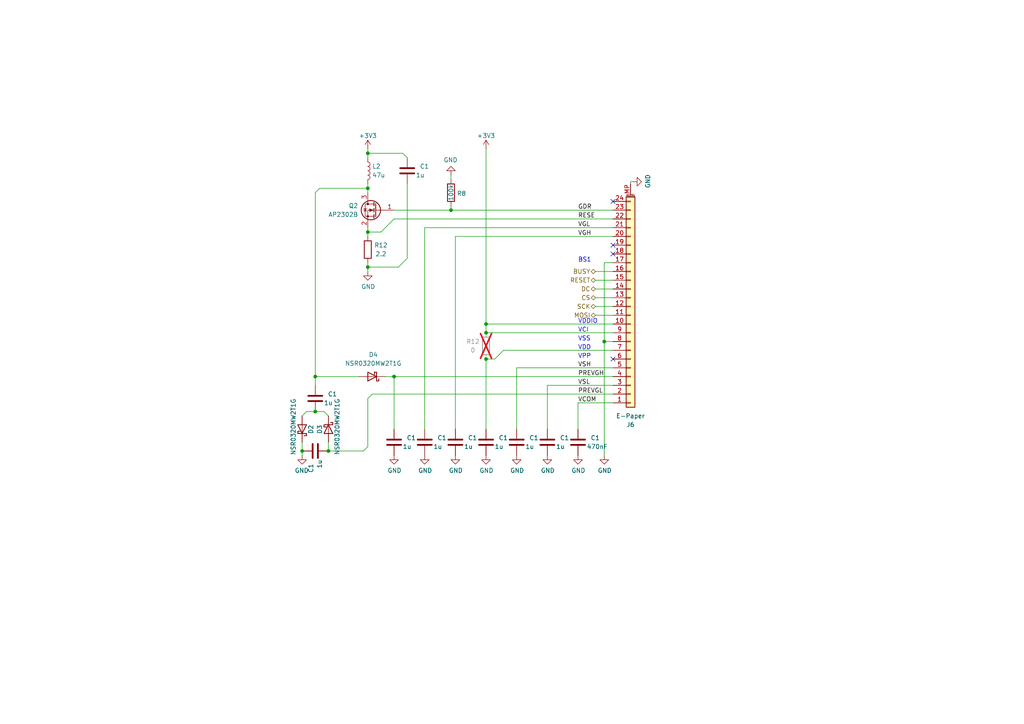
<source format=kicad_sch>
(kicad_sch (version 20230819) (generator eeschema)
  (paper "A4")
  (title_block (title "HackerHotel 2024 badge") (date "2023-08-30") (rev "1") (company "Nicolai Electronics") (comment 1 "License: CERN Open Hardware Licence Version 2 - Permissive"))
  (lib_symbols
    (symbol "symbols2:+3.3V" (power) (pin_names (offset 0))
      (property "Value" "+3.3V" (at 0 3.556 0))
      (symbol "+3.3V_0_1"
        (polyline (pts (xy -0.762 1.27) (xy 0 2.54)))
        (polyline (pts (xy 0 0) (xy 0 2.54)))
        (polyline (pts (xy 0 2.54) (xy 0.762 1.27)))
      )
      (symbol "+3.3V_1_1"
        (pin power_in line (at 0 0 90) (length 0) hide (name "+3.3V") (number "1"))
      )
    )
    (symbol "symbols2:GND" (power) (pin_names (offset 0))
      (property "Value" "GND" (at 0 -3.81 0))
      (symbol "GND_0_1"
        (polyline (pts (xy 0 0) (xy 0 -1.27) (xy 1.27 -1.27) (xy 0 -2.54) (xy -1.27 -1.27) (xy 0 -1.27)))
      )
      (symbol "GND_1_1"
        (pin power_in line (at 0 0 270) (length 0) hide (name "GND") (number "1"))
      )
    )
    (symbol "symbols:C" (pin_numbers hide) (pin_names (offset 0.254))
      (property "Reference" "C" (at 0.635 2.54 0))
      (property "Value" "C" (at 0.635 -2.54 0))
      (symbol "C_0_1"
        (polyline (pts (xy -2.032 -0.762) (xy 2.032 -0.762)) (stroke (width 0.508)))
        (polyline (pts (xy -2.032 0.762) (xy 2.032 0.762)) (stroke (width 0.508)))
      )
      (symbol "C_1_1"
        (pin passive line (at 0 3.81 270) (length 2.794) (name "~") (number "1"))
        (pin passive line (at 0 -3.81 90) (length 2.794) (name "~") (number "2"))
      )
    )
    (symbol "symbols:Conn_01x24_MountingPin" (pin_names (offset 1.016) hide)
      (property "Reference" "J" (at 0 30.48 0))
      (property "Value" "Conn_01x24_MountingPin" (at 1.27 -33.02 0))
      (symbol "Conn_01x24_MountingPin_1_1"
        (rectangle (start -1.27 -30.353) (end 0 -30.607) (stroke (width 0.1524)))
        (rectangle (start -1.27 -27.813) (end 0 -28.067) (stroke (width 0.1524)))
        (rectangle (start -1.27 -25.273) (end 0 -25.527) (stroke (width 0.1524)))
        (rectangle (start -1.27 -22.733) (end 0 -22.987) (stroke (width 0.1524)))
        (rectangle (start -1.27 -20.193) (end 0 -20.447) (stroke (width 0.1524)))
        (rectangle (start -1.27 -17.653) (end 0 -17.907) (stroke (width 0.1524)))
        (rectangle (start -1.27 -15.113) (end 0 -15.367) (stroke (width 0.1524)))
        (rectangle (start -1.27 -12.573) (end 0 -12.827) (stroke (width 0.1524)))
        (rectangle (start -1.27 -10.033) (end 0 -10.287) (stroke (width 0.1524)))
        (rectangle (start -1.27 -7.493) (end 0 -7.747) (stroke (width 0.1524)))
        (rectangle (start -1.27 -4.953) (end 0 -5.207) (stroke (width 0.1524)))
        (rectangle (start -1.27 -2.413) (end 0 -2.667) (stroke (width 0.1524)))
        (rectangle (start -1.27 0.127) (end 0 -0.127) (stroke (width 0.1524)))
        (rectangle (start -1.27 2.667) (end 0 2.413) (stroke (width 0.1524)))
        (rectangle (start -1.27 5.207) (end 0 4.953) (stroke (width 0.1524)))
        (rectangle (start -1.27 7.747) (end 0 7.493) (stroke (width 0.1524)))
        (rectangle (start -1.27 10.287) (end 0 10.033) (stroke (width 0.1524)))
        (rectangle (start -1.27 12.827) (end 0 12.573) (stroke (width 0.1524)))
        (rectangle (start -1.27 15.367) (end 0 15.113) (stroke (width 0.1524)))
        (rectangle (start -1.27 17.907) (end 0 17.653) (stroke (width 0.1524)))
        (rectangle (start -1.27 20.447) (end 0 20.193) (stroke (width 0.1524)))
        (rectangle (start -1.27 22.987) (end 0 22.733) (stroke (width 0.1524)))
        (rectangle (start -1.27 25.527) (end 0 25.273) (stroke (width 0.1524)))
        (rectangle (start -1.27 28.067) (end 0 27.813) (stroke (width 0.1524)))
        (rectangle (start -1.27 29.21) (end 1.27 -31.75) (stroke (width 0.254)) (fill (type background)))
        (polyline (pts (xy -1.016 -32.512) (xy 1.016 -32.512)) (stroke (width 0.1524)))
        (text "Mounting" (at 0 -32.131 0) (effects (font (size 0.381 0.381))))
        (pin passive line (at -5.08 27.94 0) (length 3.81) (name "Pin_1") (number "1"))
        (pin passive line (at -5.08 5.08 0) (length 3.81) (name "Pin_10") (number "10"))
        (pin passive line (at -5.08 2.54 0) (length 3.81) (name "Pin_11") (number "11"))
        (pin passive line (at -5.08 0 0) (length 3.81) (name "Pin_12") (number "12"))
        (pin passive line (at -5.08 -2.54 0) (length 3.81) (name "Pin_13") (number "13"))
        (pin passive line (at -5.08 -5.08 0) (length 3.81) (name "Pin_14") (number "14"))
        (pin passive line (at -5.08 -7.62 0) (length 3.81) (name "Pin_15") (number "15"))
        (pin passive line (at -5.08 -10.16 0) (length 3.81) (name "Pin_16") (number "16"))
        (pin passive line (at -5.08 -12.7 0) (length 3.81) (name "Pin_17") (number "17"))
        (pin passive line (at -5.08 -15.24 0) (length 3.81) (name "Pin_18") (number "18"))
        (pin passive line (at -5.08 -17.78 0) (length 3.81) (name "Pin_19") (number "19"))
        (pin passive line (at -5.08 25.4 0) (length 3.81) (name "Pin_2") (number "2"))
        (pin passive line (at -5.08 -20.32 0) (length 3.81) (name "Pin_20") (number "20"))
        (pin passive line (at -5.08 -22.86 0) (length 3.81) (name "Pin_21") (number "21"))
        (pin passive line (at -5.08 -25.4 0) (length 3.81) (name "Pin_22") (number "22"))
        (pin passive line (at -5.08 -27.94 0) (length 3.81) (name "Pin_23") (number "23"))
        (pin passive line (at -5.08 -30.48 0) (length 3.81) (name "Pin_24") (number "24"))
        (pin passive line (at -5.08 22.86 0) (length 3.81) (name "Pin_3") (number "3"))
        (pin passive line (at -5.08 20.32 0) (length 3.81) (name "Pin_4") (number "4"))
        (pin passive line (at -5.08 17.78 0) (length 3.81) (name "Pin_5") (number "5"))
        (pin passive line (at -5.08 15.24 0) (length 3.81) (name "Pin_6") (number "6"))
        (pin passive line (at -5.08 12.7 0) (length 3.81) (name "Pin_7") (number "7"))
        (pin passive line (at -5.08 10.16 0) (length 3.81) (name "Pin_8") (number "8"))
        (pin passive line (at -5.08 7.62 0) (length 3.81) (name "Pin_9") (number "9"))
        (pin passive line (at 0 -35.56 90) (length 3.048) (name "MountPin") (number "MP"))
      )
    )
    (symbol "symbols:D_Schottky" (pin_numbers hide) (pin_names (offset 1.016) hide)
      (property "Reference" "D" (at 0 2.54 0))
      (property "Value" "D_Schottky" (at 0 -2.54 0))
      (symbol "D_Schottky_0_1"
        (polyline (pts (xy 1.27 0) (xy -1.27 0)))
        (polyline (pts (xy 1.27 1.27) (xy 1.27 -1.27) (xy -1.27 0) (xy 1.27 1.27)) (stroke (width 0.254)))
        (polyline (pts (xy -1.905 0.635) (xy -1.905 1.27) (xy -1.27 1.27) (xy -1.27 -1.27) (xy -0.635 -1.27) (xy -0.635 -0.635)) (stroke (width 0.254)))
      )
      (symbol "D_Schottky_1_1"
        (pin passive line (at -3.81 0 0) (length 2.54) (name "K") (number "1"))
        (pin passive line (at 3.81 0 180) (length 2.54) (name "A") (number "2"))
      )
    )
    (symbol "symbols:L" (pin_numbers hide) (pin_names (offset 1.016) hide)
      (property "Reference" "L" (at -1.27 0 90))
      (property "Value" "L" (at 1.905 0 90))
      (symbol "L_0_1"
        (arc (start 0 -2.54) (mid 0.6323 -1.905) (end 0 -1.27))
        (arc (start 0 -1.27) (mid 0.6323 -0.635) (end 0 0))
        (arc (start 0 0) (mid 0.6323 0.635) (end 0 1.27))
        (arc (start 0 1.27) (mid 0.6323 1.905) (end 0 2.54))
      )
      (symbol "L_1_1"
        (pin passive line (at 0 3.81 270) (length 1.27) (name "1") (number "1"))
        (pin passive line (at 0 -3.81 90) (length 1.27) (name "2") (number "2"))
      )
    )
    (symbol "symbols:Q_NMOS_GSD" (pin_names (offset 0) hide)
      (property "Reference" "Q" (at 5.08 1.27 0))
      (property "Value" "Q_NMOS_GSD" (at 5.08 -1.27 0))
      (symbol "Q_NMOS_GSD_0_1"
        (polyline (pts (xy 0.254 0) (xy -2.54 0)))
        (polyline (pts (xy 0.254 1.905) (xy 0.254 -1.905)) (stroke (width 0.254)))
        (polyline (pts (xy 0.762 -1.27) (xy 0.762 -2.286)) (stroke (width 0.254)))
        (polyline (pts (xy 0.762 0.508) (xy 0.762 -0.508)) (stroke (width 0.254)))
        (polyline (pts (xy 0.762 2.286) (xy 0.762 1.27)) (stroke (width 0.254)))
        (polyline (pts (xy 2.54 2.54) (xy 2.54 1.778)))
        (polyline (pts (xy 2.54 -2.54) (xy 2.54 0) (xy 0.762 0)))
        (polyline (pts (xy 0.762 -1.778) (xy 3.302 -1.778) (xy 3.302 1.778) (xy 0.762 1.778)))
        (polyline (pts (xy 1.016 0) (xy 2.032 0.381) (xy 2.032 -0.381) (xy 1.016 0)) (fill (type outline)))
        (polyline (pts (xy 2.794 0.508) (xy 2.921 0.381) (xy 3.683 0.381) (xy 3.81 0.254)))
        (polyline (pts (xy 3.302 0.381) (xy 2.921 -0.254) (xy 3.683 -0.254) (xy 3.302 0.381)))
        (circle (center 1.651 0) (radius 2.794) (stroke (width 0.254)))
        (circle (center 2.54 -1.778) (radius 0.254) (fill (type outline)))
        (circle (center 2.54 1.778) (radius 0.254) (fill (type outline)))
      )
      (symbol "Q_NMOS_GSD_1_1"
        (pin input line (at -5.08 0 0) (length 2.54) (name "G") (number "1"))
        (pin passive line (at 2.54 -5.08 90) (length 2.54) (name "S") (number "2"))
        (pin passive line (at 2.54 5.08 270) (length 2.54) (name "D") (number "3"))
      )
    )
    (symbol "symbols:R" (pin_numbers hide) (pin_names (offset 0))
      (property "Reference" "R" (at 2.032 0 90))
      (property "Value" "R" (at 0 0 90))
      (symbol "R_0_1"
        (rectangle (start -1.016 -2.54) (end 1.016 2.54) (stroke (width 0.254)))
      )
      (symbol "R_1_1"
        (pin passive line (at 0 3.81 270) (length 1.27) (name "~") (number "1"))
        (pin passive line (at 0 -3.81 90) (length 1.27) (name "~") (number "2"))
      )
    )
  )
  (junction (at 140.97 96.52))
  (junction (at 106.68 77.47))
  (junction (at 91.44 119.38))
  (junction (at 114.3 109.22))
  (junction (at 91.44 109.22))
  (junction (at 87.63 130.81))
  (junction (at 130.81 60.96))
  (junction (at 95.25 130.81))
  (junction (at 140.97 104.14))
  (junction (at 140.97 93.98))
  (junction (at 175.26 99.06))
  (junction (at 106.68 44.45))
  (junction (at 106.68 54.61))
  (junction (at 106.68 67.31))
  (no_connect (at 177.8 58.42))
  (no_connect (at 177.8 71.12))
  (no_connect (at 177.8 104.14))
  (no_connect (at 177.8 73.66))
  (wire (pts (xy 118.11 74.93) (xy 115.57 77.47)))
  (wire (pts (xy 106.68 44.45) (xy 106.68 45.72)))
  (wire (pts (xy 149.86 106.68) (xy 149.86 124.46)))
  (wire (pts (xy 172.72 88.9) (xy 177.8 88.9)))
  (wire (pts (xy 172.72 83.82) (xy 177.8 83.82)))
  (wire (pts (xy 149.86 106.68) (xy 177.8 106.68)))
  (wire (pts (xy 106.68 115.57) (xy 106.68 129.54)))
  (wire (pts (xy 123.19 66.04) (xy 123.19 124.46)))
  (wire (pts (xy 106.68 53.34) (xy 106.68 54.61)))
  (wire (pts (xy 114.3 109.22) (xy 177.8 109.22)))
  (wire (pts (xy 106.68 67.31) (xy 106.68 68.58)))
  (wire (pts (xy 140.97 104.14) (xy 140.97 124.46)))
  (wire (pts (xy 106.68 66.04) (xy 106.68 67.31)))
  (wire (pts (xy 116.84 44.45) (xy 118.11 45.72)))
  (wire (pts (xy 106.68 43.18) (xy 106.68 44.45)))
  (wire (pts (xy 130.81 60.96) (xy 130.81 59.69)))
  (wire (pts (xy 146.05 101.6) (xy 177.8 101.6)))
  (wire (pts (xy 140.97 43.18) (xy 140.97 93.98)))
  (wire (pts (xy 158.75 111.76) (xy 177.8 111.76)))
  (wire (pts (xy 105.41 130.81) (xy 106.68 129.54)))
  (wire (pts (xy 132.08 68.58) (xy 132.08 124.46)))
  (wire (pts (xy 87.63 128.27) (xy 87.63 130.81)))
  (wire (pts (xy 106.68 54.61) (xy 106.68 55.88)))
  (wire (pts (xy 172.72 86.36) (xy 177.8 86.36)))
  (wire (pts (xy 172.72 78.74) (xy 177.8 78.74)))
  (wire (pts (xy 143.51 104.14) (xy 146.05 101.6)))
  (wire (pts (xy 123.19 66.04) (xy 177.8 66.04)))
  (wire (pts (xy 110.49 67.31) (xy 114.3 63.5)))
  (wire (pts (xy 106.68 77.47) (xy 106.68 78.74)))
  (wire (pts (xy 91.44 55.88) (xy 91.44 109.22)))
  (wire (pts (xy 91.44 109.22) (xy 104.14 109.22)))
  (wire (pts (xy 175.26 76.2) (xy 175.26 99.06)))
  (wire (pts (xy 114.3 60.96) (xy 130.81 60.96)))
  (wire (pts (xy 106.68 77.47) (xy 115.57 77.47)))
  (wire (pts (xy 111.76 109.22) (xy 114.3 109.22)))
  (wire (pts (xy 130.81 60.96) (xy 177.8 60.96)))
  (wire (pts (xy 140.97 96.52) (xy 177.8 96.52)))
  (wire (pts (xy 87.63 120.65) (xy 88.9 119.38)))
  (wire (pts (xy 118.11 53.34) (xy 118.11 74.93)))
  (wire (pts (xy 114.3 109.22) (xy 114.3 124.46)))
  (wire (pts (xy 182.88 52.705) (xy 182.88 53.34)))
  (wire (pts (xy 167.64 116.84) (xy 177.8 116.84)))
  (wire (pts (xy 175.26 99.06) (xy 175.26 132.08)))
  (wire (pts (xy 172.72 81.28) (xy 177.8 81.28)))
  (wire (pts (xy 172.72 91.44) (xy 177.8 91.44)))
  (wire (pts (xy 106.68 76.2) (xy 106.68 77.47)))
  (wire (pts (xy 95.25 130.81) (xy 105.41 130.81)))
  (wire (pts (xy 93.98 119.38) (xy 91.44 119.38)))
  (wire (pts (xy 95.25 128.27) (xy 95.25 130.81)))
  (wire (pts (xy 130.81 52.07) (xy 130.81 50.8)))
  (wire (pts (xy 114.3 63.5) (xy 177.8 63.5)))
  (wire (pts (xy 106.68 44.45) (xy 116.84 44.45)))
  (wire (pts (xy 167.64 116.84) (xy 167.64 124.46)))
  (wire (pts (xy 158.75 111.76) (xy 158.75 124.46)))
  (wire (pts (xy 87.63 130.81) (xy 87.63 132.08)))
  (wire (pts (xy 91.44 55.88) (xy 92.71 54.61)))
  (wire (pts (xy 140.97 104.14) (xy 143.51 104.14)))
  (wire (pts (xy 175.26 99.06) (xy 177.8 99.06)))
  (wire (pts (xy 140.97 93.98) (xy 177.8 93.98)))
  (wire (pts (xy 106.68 115.57) (xy 107.95 114.3)))
  (wire (pts (xy 132.08 68.58) (xy 177.8 68.58)))
  (wire (pts (xy 92.71 54.61) (xy 106.68 54.61)))
  (wire (pts (xy 182.88 52.705) (xy 183.515 52.705)))
  (wire (pts (xy 140.97 93.98) (xy 140.97 96.52)))
  (wire (pts (xy 106.68 67.31) (xy 110.49 67.31)))
  (wire (pts (xy 107.95 114.3) (xy 177.8 114.3)))
  (wire (pts (xy 91.44 109.22) (xy 91.44 111.76)))
  (wire (pts (xy 91.44 119.38) (xy 88.9 119.38)))
  (wire (pts (xy 93.98 119.38) (xy 95.25 120.65)))
  (wire (pts (xy 175.26 76.2) (xy 177.8 76.2)))
  (text "VDD" (at 167.64 101.6 0) (effects (font (size 1.27 1.27)) (justify left bottom)))
  (text "VSS" (at 167.64 99.06 0) (effects (font (size 1.27 1.27)) (justify left bottom)))
  (text "BS1" (at 167.64 76.2 0) (effects (font (size 1.27 1.27)) (justify left bottom)))
  (text "VDDIO" (at 167.64 93.98 0) (effects (font (size 1.27 1.27)) (justify left bottom)))
  (text "VCI" (at 167.64 96.52 0) (effects (font (size 1.27 1.27)) (justify left bottom)))
  (text "VPP" (at 167.64 104.14 0) (effects (font (size 1.27 1.27)) (justify left bottom)))
  (label "GDR" (at 167.64 60.96 0))
  (label "PREVGL" (at 167.64 114.3 0))
  (label "VSL" (at 167.64 111.76 0))
  (label "VCOM" (at 167.64 116.84 0))
  (label "VGL" (at 167.64 66.04 0))
  (label "VSH" (at 167.64 106.68 0))
  (label "PREVGH" (at 167.64 109.22 0))
  (label "RESE" (at 167.64 63.5 0))
  (label "VGH" (at 167.64 68.58 0))
  (hierarchical_label "RESET" (shape bidirectional) (at 172.72 81.28 180))
  (hierarchical_label "CS" (shape bidirectional) (at 172.72 86.36 180))
  (hierarchical_label "BUSY" (shape bidirectional) (at 172.72 78.74 180))
  (hierarchical_label "DC" (shape bidirectional) (at 172.72 83.82 180))
  (hierarchical_label "SCK" (shape bidirectional) (at 172.72 88.9 180))
  (hierarchical_label "MOSI" (shape bidirectional) (at 172.72 91.44 180))
  (symbol (lib_id "symbols2:GND") (at 158.75 132.08 0) (unit 1)
    (property "Reference" "#PWR0131" (effects hide))
    (property "Value" "GND" (at 158.877 136.4742 0))
    (property "Description" "Power symbol creates a global label with name \"GND\" , ground" (effects hide))
    (instances (project "hh2024" (path "" (reference "#PWR0131") (unit 1)) (path "" (reference "#PWR050") (unit 1)) (path "" (reference "#PWR071") (unit 1))))
  )
  (symbol (lib_id "symbols:Conn_01x24_MountingPin") (at 182.88 88.9 0) (mirror x) (unit 1)
    (property "Reference" "J6" (at 182.88 123.19 0))
    (property "Value" "E-Paper" (at 182.88 120.65 0))
    (property "Footprint" "tanoshii:Hirose_FH12-24S-0.5SH_1x24-1MP_P0.50mm_Horizontal" (effects hide))
    (property "Datasheet" "https://datasheet.lcsc.com/lcsc/2304140030_HRS-Hirose-FH12-24S-0-5SH-55_C202112.pdf" (effects hide))
    (property "LCSC" "C202112" (effects hide))
    (property "Link" "https://www.lcsc.com/product-detail/FFC-FPC-Connectors_HRS-Hirose-FH12-24S-0-5SH-55_C202112.html" (effects hide))
  )
  (symbol (lib_id "symbols:L") (at 106.68 49.53 0) (unit 1)
    (property "Reference" "L2" (at 107.95 48.26 0) (effects (justify left)))
    (property "Value" "47u" (at 107.95 50.8 0) (effects (justify left)))
    (property "Footprint" "tanoshii:L_1210_3225Metric" (effects hide))
    (property "Datasheet" "https://datasheet.lcsc.com/lcsc/2304140030_TDK-NLCV32T-470K-PF_C83083.pdf" (effects hide))
    (property "LCSC" "C83083" (effects hide))
    (property "Link" "https://www.lcsc.com/product-detail/Power-Inductors_TDK-NLCV32T-470K-PF_C83083.html" (effects hide))
  )
  (symbol (lib_id "symbols:C") (at 114.3 128.27 180) (unit 1)
    (property "Reference" "C1" (at 120.65 127 0) (effects (justify left)))
    (property "Value" "1u" (at 119.38 129.54 0) (effects (justify left)))
    (property "Footprint" "Capacitor_SMD:C_0805_2012Metric" (effects hide))
    (property "Datasheet" "https://datasheet.lcsc.com/lcsc/2304140030_CCTC-TCC0805X7R105M500FT_C376929.pdf" (effects hide))
    (property "LCSC" "C376929" (effects hide))
    (property "Link" "https://www.lcsc.com/product-detail/Multilayer-Ceramic-Capacitors-MLCC-SMD-SMT_CCTC-TCC0805X7R105M500FT_C376929.html" (effects hide))
    (instances (project "hh2024" (path "" (reference "C1") (unit 1)) (path "" (reference "C1") (unit 1)) (path "" (reference "C16") (unit 1))))
  )
  (symbol (lib_id "symbols:D_Schottky") (at 107.95 109.22 180) (unit 1)
    (property "Reference" "D4" (at 108.2675 102.87 0))
    (property "Value" "NSR0320MW2T1G" (at 108.2675 105.41 0))
    (property "Footprint" "tanoshii:D_SOD-323" (effects hide))
    (property "Datasheet" "https://datasheet.lcsc.com/lcsc/1806150330_onsemi-NSR0320MW2T1G_C48192.pdf" (effects hide))
    (property "LCSC" "C48192" (effects hide))
    (property "Link" "https://www.lcsc.com/product-detail/Schottky-Barrier-Diodes-SBD_onsemi-NSR0320MW2T1G_C48192.html" (effects hide))
  )
  (symbol (lib_id "symbols2:GND") (at 106.68 78.74 0) (unit 1)
    (property "Reference" "#PWR0131" (effects hide))
    (property "Value" "GND" (at 106.807 83.1342 0))
    (property "Description" "Power symbol creates a global label with name \"GND\" , ground" (effects hide))
    (instances (project "hh2024" (path "" (reference "#PWR0131") (unit 1)) (path "" (reference "#PWR050") (unit 1)) (path "" (reference "#PWR064") (unit 1))))
  )
  (symbol (lib_id "symbols:C") (at 158.75 128.27 180) (unit 1)
    (property "Reference" "C1" (at 165.1 127 0) (effects (justify left)))
    (property "Value" "1u" (at 163.83 129.54 0) (effects (justify left)))
    (property "Footprint" "Capacitor_SMD:C_0805_2012Metric" (effects hide))
    (property "Datasheet" "https://datasheet.lcsc.com/lcsc/2304140030_CCTC-TCC0805X7R105M500FT_C376929.pdf" (effects hide))
    (property "LCSC" "C376929" (effects hide))
    (property "Link" "https://www.lcsc.com/product-detail/Multilayer-Ceramic-Capacitors-MLCC-SMD-SMT_CCTC-TCC0805X7R105M500FT_C376929.html" (effects hide))
    (instances (project "hh2024" (path "" (reference "C1") (unit 1)) (path "" (reference "C1") (unit 1)) (path "" (reference "C22") (unit 1))))
  )
  (symbol (lib_id "symbols2:GND") (at 123.19 132.08 0) (unit 1)
    (property "Reference" "#PWR0131" (effects hide))
    (property "Value" "GND" (at 123.317 136.4742 0))
    (property "Description" "Power symbol creates a global label with name \"GND\" , ground" (effects hide))
    (instances (project "hh2024" (path "" (reference "#PWR0131") (unit 1)) (path "" (reference "#PWR050") (unit 1)) (path "" (reference "#PWR066") (unit 1))))
  )
  (symbol (lib_id "symbols:R") (at 130.81 55.88 0) (unit 1)
    (property "Reference" "R8" (at 133.858 56.134 0))
    (property "Value" "100k" (at 130.81 55.88 90))
    (property "Footprint" "Resistor_SMD:R_0805_2012Metric" (effects hide))
    (property "Datasheet" "https://datasheet.lcsc.com/lcsc/2308241947_FOJAN-FRC0805J104-TS_C2907293.pdf" (effects hide))
    (property "LCSC" "C2907293" (effects hide))
    (property "Link" "https://www.lcsc.com/product-detail/Chip-span-style-background-color-ff0-Resistor-span-Surface-Mount_FOJAN-FRC0805J104-TS_C2907293.html" (effects hide))
    (instances (project "hh2024" (path "" (reference "R8") (unit 1)) (path "" (reference "R31") (unit 1)) (path "" (reference "R36") (unit 1))))
  )
  (symbol (lib_id "symbols:C") (at 132.08 128.27 180) (unit 1)
    (property "Reference" "C1" (at 138.43 127 0) (effects (justify left)))
    (property "Value" "1u" (at 137.16 129.54 0) (effects (justify left)))
    (property "Footprint" "Capacitor_SMD:C_0805_2012Metric" (effects hide))
    (property "Datasheet" "https://datasheet.lcsc.com/lcsc/2304140030_CCTC-TCC0805X7R105M500FT_C376929.pdf" (effects hide))
    (property "LCSC" "C376929" (effects hide))
    (property "Link" "https://www.lcsc.com/product-detail/Multilayer-Ceramic-Capacitors-MLCC-SMD-SMT_CCTC-TCC0805X7R105M500FT_C376929.html" (effects hide))
    (instances (project "hh2024" (path "" (reference "C1") (unit 1)) (path "" (reference "C1") (unit 1)) (path "" (reference "C19") (unit 1))))
  )
  (symbol (lib_id "symbols:C") (at 91.44 130.81 270) (mirror x) (unit 1)
    (property "Reference" "C1" (at 90.17 137.16 0) (effects (justify left)))
    (property "Value" "1u" (at 92.71 135.89 0) (effects (justify left)))
    (property "Footprint" "Capacitor_SMD:C_0805_2012Metric" (effects hide))
    (property "Datasheet" "https://datasheet.lcsc.com/lcsc/2304140030_CCTC-TCC0805X7R105M500FT_C376929.pdf" (effects hide))
    (property "LCSC" "C376929" (effects hide))
    (property "Link" "https://www.lcsc.com/product-detail/Multilayer-Ceramic-Capacitors-MLCC-SMD-SMT_CCTC-TCC0805X7R105M500FT_C376929.html" (effects hide))
    (instances (project "hh2024" (path "" (reference "C1") (unit 1)) (path "" (reference "C1") (unit 1)) (path "" (reference "C15") (unit 1))))
  )
  (symbol (lib_id "symbols2:+3.3V") (at 140.97 43.18 0) (unit 1)
    (property "Reference" "#PWR0129" (effects hide))
    (property "Value" "+3V3" (at 140.97 39.37 0))
    (property "Description" "Power symbol creates a global label with name \"+3.3V\"" (effects hide))
    (instances (project "hh2024" (path "" (reference "#PWR0129") (unit 1)) (path "" (reference "#PWR052") (unit 1)) (path "" (reference "#PWR068") (unit 1))))
  )
  (symbol (lib_id "symbols2:GND") (at 114.3 132.08 0) (unit 1)
    (property "Reference" "#PWR0131" (effects hide))
    (property "Value" "GND" (at 114.427 136.4742 0))
    (property "Description" "Power symbol creates a global label with name \"GND\" , ground" (effects hide))
    (instances (project "hh2024" (path "" (reference "#PWR0131") (unit 1)) (path "" (reference "#PWR050") (unit 1)) (path "" (reference "#PWR065") (unit 1))))
  )
  (symbol (lib_id "symbols2:GND") (at 149.86 132.08 0) (unit 1)
    (property "Reference" "#PWR0131" (effects hide))
    (property "Value" "GND" (at 149.987 136.4742 0))
    (property "Description" "Power symbol creates a global label with name \"GND\" , ground" (effects hide))
    (instances (project "hh2024" (path "" (reference "#PWR0131") (unit 1)) (path "" (reference "#PWR050") (unit 1)) (path "" (reference "#PWR070") (unit 1))))
  )
  (symbol (lib_id "symbols:D_Schottky") (at 87.63 124.46 270) (mirror x) (unit 1)
    (property "Reference" "D2" (at 90.17 123.19 0) (effects (justify right)))
    (property "Value" "NSR0320MW2T1G" (at 85.09 115.57 0) (effects (justify right)))
    (property "Footprint" "tanoshii:D_SOD-323" (effects hide))
    (property "Datasheet" "https://datasheet.lcsc.com/lcsc/1806150330_onsemi-NSR0320MW2T1G_C48192.pdf" (effects hide))
    (property "LCSC" "C48192" (effects hide))
    (property "Link" "https://www.lcsc.com/product-detail/Schottky-Barrier-Diodes-SBD_onsemi-NSR0320MW2T1G_C48192.html" (effects hide))
  )
  (symbol (lib_id "symbols:Q_NMOS_GSD") (at 109.22 60.96 0) (mirror y) (unit 1)
    (property "Reference" "Q2" (at 103.886 59.6899 0) (effects (justify left)))
    (property "Value" "AP2302B" (at 103.886 62.2299 0) (effects (justify left)))
    (property "Footprint" "tanoshii:SOT-23" (effects hide))
    (property "Datasheet" "https://datasheet.lcsc.com/lcsc/1912111437_ALLPOWER-ShenZhen-Quan-Li-Semiconductor-AP2302B_C406812.pdf" (effects hide))
    (property "LCSC" "C406812" (effects hide))
    (property "Link" "https://www.lcsc.com/product-detail/MOSFETs_ALLPOWER-ShenZhen-Quan-Li-Semiconductor-AP2302B_C406812.html" (effects hide))
    (instances (project "hh2024" (path "" (reference "Q2") (unit 1)) (path "" (reference "Q1") (unit 1)) (path "" (reference "Q2") (unit 1))))
  )
  (symbol (lib_id "symbols:C") (at 149.86 128.27 180) (unit 1)
    (property "Reference" "C1" (at 156.21 127 0) (effects (justify left)))
    (property "Value" "1u" (at 154.94 129.54 0) (effects (justify left)))
    (property "Footprint" "Capacitor_SMD:C_0805_2012Metric" (effects hide))
    (property "Datasheet" "https://datasheet.lcsc.com/lcsc/2304140030_CCTC-TCC0805X7R105M500FT_C376929.pdf" (effects hide))
    (property "LCSC" "C376929" (effects hide))
    (property "Link" "https://www.lcsc.com/product-detail/Multilayer-Ceramic-Capacitors-MLCC-SMD-SMT_CCTC-TCC0805X7R105M500FT_C376929.html" (effects hide))
    (instances (project "hh2024" (path "" (reference "C1") (unit 1)) (path "" (reference "C1") (unit 1)) (path "" (reference "C21") (unit 1))))
  )
  (symbol (lib_id "symbols:D_Schottky") (at 95.25 124.46 270) (unit 1)
    (property "Reference" "D3" (at 92.71 123.19 0) (effects (justify left)))
    (property "Value" "NSR0320MW2T1G" (at 97.79 115.57 0) (effects (justify left)))
    (property "Footprint" "tanoshii:D_SOD-323" (effects hide))
    (property "Datasheet" "https://datasheet.lcsc.com/lcsc/1806150330_onsemi-NSR0320MW2T1G_C48192.pdf" (effects hide))
    (property "LCSC" "C48192" (effects hide))
    (property "Link" "https://www.lcsc.com/product-detail/Schottky-Barrier-Diodes-SBD_onsemi-NSR0320MW2T1G_C48192.html" (effects hide))
  )
  (symbol (lib_id "symbols:C") (at 91.44 115.57 180) (unit 1)
    (property "Reference" "C1" (at 97.79 114.3 0) (effects (justify left)))
    (property "Value" "1u" (at 96.52 116.84 0) (effects (justify left)))
    (property "Footprint" "Capacitor_SMD:C_0805_2012Metric" (effects hide))
    (property "Datasheet" "https://datasheet.lcsc.com/lcsc/2304140030_CCTC-TCC0805X7R105M500FT_C376929.pdf" (effects hide))
    (property "LCSC" "C376929" (effects hide))
    (property "Link" "https://www.lcsc.com/product-detail/Multilayer-Ceramic-Capacitors-MLCC-SMD-SMT_CCTC-TCC0805X7R105M500FT_C376929.html" (effects hide))
    (instances (project "hh2024" (path "" (reference "C1") (unit 1)) (path "" (reference "C1") (unit 1)) (path "" (reference "C14") (unit 1))))
  )
  (symbol (lib_id "symbols:C") (at 118.11 49.53 180) (unit 1)
    (property "Reference" "C1" (at 124.46 48.26 0) (effects (justify left)))
    (property "Value" "1u" (at 123.19 50.8 0) (effects (justify left)))
    (property "Footprint" "Capacitor_SMD:C_0805_2012Metric" (effects hide))
    (property "Datasheet" "https://datasheet.lcsc.com/lcsc/2304140030_CCTC-TCC0805X7R105M500FT_C376929.pdf" (effects hide))
    (property "LCSC" "C376929" (effects hide))
    (property "Link" "https://www.lcsc.com/product-detail/Multilayer-Ceramic-Capacitors-MLCC-SMD-SMT_CCTC-TCC0805X7R105M500FT_C376929.html" (effects hide))
    (instances (project "hh2024" (path "" (reference "C1") (unit 1)) (path "" (reference "C1") (unit 1)) (path "" (reference "C17") (unit 1))))
  )
  (symbol (lib_id "symbols2:GND") (at 183.515 52.705 90) (unit 1)
    (property "Reference" "#PWR0131" (effects hide))
    (property "Value" "GND" (at 187.9092 52.578 0))
    (property "Description" "Power symbol creates a global label with name \"GND\" , ground" (effects hide))
    (instances (project "hh2024" (path "" (reference "#PWR0131") (unit 1)) (path "" (reference "#PWR050") (unit 1)) (path "" (reference "#PWR074") (unit 1))))
  )
  (symbol (lib_id "symbols:R") (at 106.68 72.39 180) (unit 1)
    (property "Reference" "R12" (at 110.49 71.12 0))
    (property "Value" "2.2" (at 110.49 73.66 0))
    (property "Footprint" "Resistor_SMD:R_0805_2012Metric" (effects hide))
    (property "Datasheet" "https://datasheet.lcsc.com/lcsc/2308241947_FOJAN-FRC0805J270-TS_C2907314.pdf" (effects hide))
    (property "LCSC" "C2907304" (effects hide))
    (property "Link" "https://www.lcsc.com/product-detail/Chip-Resistor-Surface-Mount_FOJAN-FRC0805J2R2-TS_C2907304.html" (effects hide))
    (instances (project "hh2024" (path "" (reference "R12") (unit 1)) (path "" (reference "R6") (unit 1)) (path "" (reference "R21") (unit 1))))
  )
  (symbol (lib_id "symbols2:GND") (at 132.08 132.08 0) (unit 1)
    (property "Reference" "#PWR0131" (effects hide))
    (property "Value" "GND" (at 132.207 136.4742 0))
    (property "Description" "Power symbol creates a global label with name \"GND\" , ground" (effects hide))
    (instances (project "hh2024" (path "" (reference "#PWR0131") (unit 1)) (path "" (reference "#PWR050") (unit 1)) (path "" (reference "#PWR067") (unit 1))))
  )
  (symbol (lib_id "symbols:C") (at 123.19 128.27 180) (unit 1)
    (property "Reference" "C1" (at 129.54 127 0) (effects (justify left)))
    (property "Value" "1u" (at 128.27 129.54 0) (effects (justify left)))
    (property "Footprint" "Capacitor_SMD:C_0805_2012Metric" (effects hide))
    (property "Datasheet" "https://datasheet.lcsc.com/lcsc/2304140030_CCTC-TCC0805X7R105M500FT_C376929.pdf" (effects hide))
    (property "LCSC" "C376929" (effects hide))
    (property "Link" "https://www.lcsc.com/product-detail/Multilayer-Ceramic-Capacitors-MLCC-SMD-SMT_CCTC-TCC0805X7R105M500FT_C376929.html" (effects hide))
    (instances (project "hh2024" (path "" (reference "C1") (unit 1)) (path "" (reference "C1") (unit 1)) (path "" (reference "C18") (unit 1))))
  )
  (symbol (lib_id "symbols:R") (at 140.97 100.33 0) (unit 1) (in_bom no) (dnp yes)
    (property "Reference" "R12" (at 137.16 99.06 0))
    (property "Value" "0" (at 137.16 101.6 0))
    (property "Footprint" "Resistor_SMD:R_0805_2012Metric" (effects hide))
    (property "Datasheet" "https://datasheet.lcsc.com/lcsc/2308241947_FOJAN-FRC0805P000-TS_C2907288.pdf" (effects hide))
    (property "LCSC" "C2907288" (effects hide))
    (property "Link" "https://www.lcsc.com/product-detail/Chip-span-style-background-color-ff0-Resistor-span-Surface-Mount_FOJAN-FRC0805P000-TS_C2907288.html" (effects hide))
    (instances (project "hh2024" (path "" (reference "R12") (unit 1)) (path "" (reference "R6") (unit 1)) (path "" (reference "R22") (unit 1))))
  )
  (symbol (lib_id "symbols2:GND") (at 167.64 132.08 0) (unit 1)
    (property "Reference" "#PWR0131" (effects hide))
    (property "Value" "GND" (at 167.767 136.4742 0))
    (property "Description" "Power symbol creates a global label with name \"GND\" , ground" (effects hide))
    (instances (project "hh2024" (path "" (reference "#PWR0131") (unit 1)) (path "" (reference "#PWR050") (unit 1)) (path "" (reference "#PWR072") (unit 1))))
  )
  (symbol (lib_id "symbols2:GND") (at 140.97 132.08 0) (unit 1)
    (property "Reference" "#PWR0131" (effects hide))
    (property "Value" "GND" (at 141.097 136.4742 0))
    (property "Description" "Power symbol creates a global label with name \"GND\" , ground" (effects hide))
    (instances (project "hh2024" (path "" (reference "#PWR0131") (unit 1)) (path "" (reference "#PWR050") (unit 1)) (path "" (reference "#PWR069") (unit 1))))
  )
  (symbol (lib_id "symbols2:GND") (at 87.63 132.08 0) (mirror y) (unit 1)
    (property "Reference" "#PWR0131" (effects hide))
    (property "Value" "GND" (at 87.503 136.4742 0))
    (property "Description" "Power symbol creates a global label with name \"GND\" , ground" (effects hide))
    (instances (project "hh2024" (path "" (reference "#PWR0131") (unit 1)) (path "" (reference "#PWR050") (unit 1)) (path "" (reference "#PWR062") (unit 1))))
  )
  (symbol (lib_id "symbols:C") (at 167.64 128.27 180) (unit 1)
    (property "Reference" "C1" (at 173.99 127 0) (effects (justify left)))
    (property "Value" "470nF" (at 170.18 129.54 0) (effects (justify right)))
    (property "Footprint" "Capacitor_SMD:C_0805_2012Metric" (effects hide))
    (property "Datasheet" "https://datasheet.lcsc.com/lcsc/2108150230_FH--Guangdong-Fenghua-Advanced-Tech-0805B474K250NT_C2859120.pdf" (effects hide))
    (property "LCSC" "C2859120" (effects hide))
    (property "Link" "https://www.lcsc.com/product-detail/Multilayer-Ceramic-Capacitors-MLCC-SMD-SMT_FH-Guangdong-Fenghua-Advanced-Tech-0805B474K250NT_C2859120.html" (effects hide))
    (instances (project "hh2024" (path "" (reference "C1") (unit 1)) (path "" (reference "C1") (unit 1)) (path "" (reference "C23") (unit 1))))
  )
  (symbol (lib_id "symbols2:GND") (at 175.26 132.08 0) (unit 1)
    (property "Reference" "#PWR0131" (effects hide))
    (property "Value" "GND" (at 175.387 136.4742 0))
    (property "Description" "Power symbol creates a global label with name \"GND\" , ground" (effects hide))
    (instances (project "hh2024" (path "" (reference "#PWR0131") (unit 1)) (path "" (reference "#PWR050") (unit 1)) (path "" (reference "#PWR073") (unit 1))))
  )
  (symbol (lib_id "symbols:C") (at 140.97 128.27 180) (unit 1)
    (property "Reference" "C1" (at 147.32 127 0) (effects (justify left)))
    (property "Value" "1u" (at 146.05 129.54 0) (effects (justify left)))
    (property "Footprint" "Capacitor_SMD:C_0805_2012Metric" (effects hide))
    (property "Datasheet" "https://datasheet.lcsc.com/lcsc/2304140030_CCTC-TCC0805X7R105M500FT_C376929.pdf" (effects hide))
    (property "LCSC" "C376929" (effects hide))
    (property "Link" "https://www.lcsc.com/product-detail/Multilayer-Ceramic-Capacitors-MLCC-SMD-SMT_CCTC-TCC0805X7R105M500FT_C376929.html" (effects hide))
    (instances (project "hh2024" (path "" (reference "C1") (unit 1)) (path "" (reference "C1") (unit 1)) (path "" (reference "C20") (unit 1))))
  )
  (symbol (lib_id "symbols2:+3.3V") (at 106.68 43.18 0) (unit 1)
    (property "Reference" "#PWR0129" (effects hide))
    (property "Value" "+3V3" (at 106.68 39.37 0))
    (property "Description" "Power symbol creates a global label with name \"+3.3V\"" (effects hide))
    (instances (project "hh2024" (path "" (reference "#PWR0129") (unit 1)) (path "" (reference "#PWR052") (unit 1)) (path "" (reference "#PWR063") (unit 1))))
  )
  (symbol (lib_id "symbols2:GND") (at 130.81 50.8 180) (unit 1)
    (property "Reference" "#PWR0131" (effects hide))
    (property "Value" "GND" (at 130.683 46.4058 0))
    (property "Description" "Power symbol creates a global label with name \"GND\" , ground" (effects hide))
    (instances (project "hh2024" (path "" (reference "#PWR0131") (unit 1)) (path "" (reference "#PWR050") (unit 1)) (path "" (reference "#PWR018") (unit 1))))
  )
)
</source>
